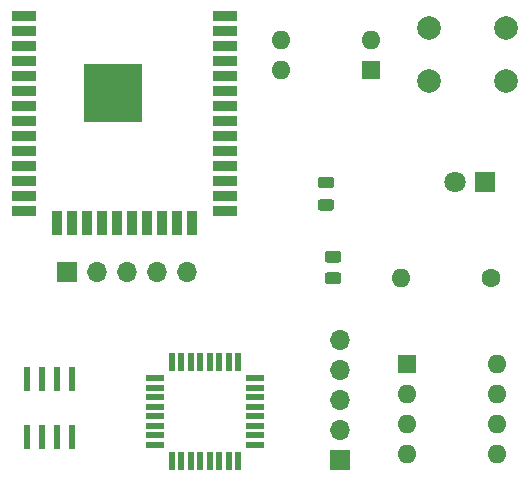
<source format=gts>
%TF.GenerationSoftware,KiCad,Pcbnew,(5.1.8)-1*%
%TF.CreationDate,2021-01-31T12:31:16-05:00*%
%TF.ProjectId,test CNC,74657374-2043-44e4-932e-6b696361645f,rev?*%
%TF.SameCoordinates,Original*%
%TF.FileFunction,Soldermask,Top*%
%TF.FilePolarity,Negative*%
%FSLAX46Y46*%
G04 Gerber Fmt 4.6, Leading zero omitted, Abs format (unit mm)*
G04 Created by KiCad (PCBNEW (5.1.8)-1) date 2021-01-31 12:31:16*
%MOMM*%
%LPD*%
G01*
G04 APERTURE LIST*
%ADD10R,1.800000X1.800000*%
%ADD11C,1.800000*%
%ADD12R,1.700000X1.700000*%
%ADD13O,1.700000X1.700000*%
%ADD14R,2.000000X0.900000*%
%ADD15R,0.900000X2.000000*%
%ADD16R,5.000000X5.000000*%
%ADD17C,1.600000*%
%ADD18O,1.600000X1.600000*%
%ADD19C,2.000000*%
%ADD20R,1.600000X1.600000*%
%ADD21R,1.500000X0.550000*%
%ADD22R,0.550000X1.500000*%
%ADD23R,0.600000X2.000000*%
G04 APERTURE END LIST*
D10*
%TO.C,D1*%
X149250400Y-61391800D03*
D11*
X146710400Y-61391800D03*
%TD*%
%TO.C,D2*%
G36*
G01*
X136206550Y-63782000D02*
X135294050Y-63782000D01*
G75*
G02*
X135050300Y-63538250I0J243750D01*
G01*
X135050300Y-63050750D01*
G75*
G02*
X135294050Y-62807000I243750J0D01*
G01*
X136206550Y-62807000D01*
G75*
G02*
X136450300Y-63050750I0J-243750D01*
G01*
X136450300Y-63538250D01*
G75*
G02*
X136206550Y-63782000I-243750J0D01*
G01*
G37*
G36*
G01*
X136206550Y-61907000D02*
X135294050Y-61907000D01*
G75*
G02*
X135050300Y-61663250I0J243750D01*
G01*
X135050300Y-61175750D01*
G75*
G02*
X135294050Y-60932000I243750J0D01*
G01*
X136206550Y-60932000D01*
G75*
G02*
X136450300Y-61175750I0J-243750D01*
G01*
X136450300Y-61663250D01*
G75*
G02*
X136206550Y-61907000I-243750J0D01*
G01*
G37*
%TD*%
D12*
%TO.C,J1*%
X113842800Y-68948300D03*
D13*
X116382800Y-68948300D03*
X118922800Y-68948300D03*
X121462800Y-68948300D03*
X124002800Y-68948300D03*
%TD*%
D12*
%TO.C,J2*%
X136906000Y-84937600D03*
D13*
X136906000Y-82397600D03*
X136906000Y-79857600D03*
X136906000Y-77317600D03*
X136906000Y-74777600D03*
%TD*%
D14*
%TO.C,MOD1*%
X110219600Y-47320200D03*
D15*
X113004600Y-64830200D03*
X114274600Y-64830200D03*
X115544600Y-64830200D03*
X116814600Y-64830200D03*
X118084600Y-64830200D03*
X119354600Y-64830200D03*
X120624600Y-64830200D03*
X121894600Y-64830200D03*
X123164600Y-64830200D03*
X124434600Y-64830200D03*
D14*
X110219600Y-48590200D03*
X110219600Y-49860200D03*
X110219600Y-51130200D03*
X110219600Y-52400200D03*
X110219600Y-53670200D03*
X110219600Y-54940200D03*
X110219600Y-56210200D03*
X110219600Y-57480200D03*
X110219600Y-58750200D03*
X110219600Y-60020200D03*
X110219600Y-61290200D03*
X110219600Y-62560200D03*
X110219600Y-63830200D03*
X127219600Y-47320200D03*
X127219600Y-48590200D03*
X127219600Y-49860200D03*
X127219600Y-51130200D03*
X127219600Y-52400200D03*
X127219600Y-53670200D03*
X127219600Y-54940200D03*
X127219600Y-56210200D03*
X127219600Y-57480200D03*
X127219600Y-58750200D03*
X127219600Y-60020200D03*
X127219600Y-61290200D03*
X127219600Y-62560200D03*
X127219600Y-63830200D03*
D16*
X117719600Y-53820200D03*
%TD*%
D17*
%TO.C,R1*%
X149733000Y-69469000D03*
D18*
X142113000Y-69469000D03*
%TD*%
%TO.C,R2*%
G36*
G01*
X135897199Y-67180400D02*
X136797201Y-67180400D01*
G75*
G02*
X137047200Y-67430399I0J-249999D01*
G01*
X137047200Y-67955401D01*
G75*
G02*
X136797201Y-68205400I-249999J0D01*
G01*
X135897199Y-68205400D01*
G75*
G02*
X135647200Y-67955401I0J249999D01*
G01*
X135647200Y-67430399D01*
G75*
G02*
X135897199Y-67180400I249999J0D01*
G01*
G37*
G36*
G01*
X135897199Y-69005400D02*
X136797201Y-69005400D01*
G75*
G02*
X137047200Y-69255399I0J-249999D01*
G01*
X137047200Y-69780401D01*
G75*
G02*
X136797201Y-70030400I-249999J0D01*
G01*
X135897199Y-70030400D01*
G75*
G02*
X135647200Y-69780401I0J249999D01*
G01*
X135647200Y-69255399D01*
G75*
G02*
X135897199Y-69005400I249999J0D01*
G01*
G37*
%TD*%
D19*
%TO.C,SW1*%
X144449800Y-52836200D03*
X144449800Y-48336200D03*
X150949800Y-52836200D03*
X150949800Y-48336200D03*
%TD*%
D20*
%TO.C,SW2*%
X139598400Y-51917600D03*
D18*
X131978400Y-49377600D03*
X139598400Y-49377600D03*
X131978400Y-51917600D03*
%TD*%
D20*
%TO.C,U1*%
X142646400Y-76733400D03*
D18*
X150266400Y-84353400D03*
X142646400Y-79273400D03*
X150266400Y-81813400D03*
X142646400Y-81813400D03*
X150266400Y-79273400D03*
X142646400Y-84353400D03*
X150266400Y-76733400D03*
%TD*%
D21*
%TO.C,U2*%
X129701400Y-83597400D03*
D22*
X122701400Y-84997400D03*
X123501400Y-84997400D03*
X124301400Y-84997400D03*
X125101400Y-84997400D03*
X125901400Y-84997400D03*
X126701400Y-84997400D03*
X127501400Y-84997400D03*
X128301400Y-84997400D03*
D21*
X129701400Y-82797400D03*
X129701400Y-81997400D03*
X129701400Y-81197400D03*
X129701400Y-80397400D03*
X129701400Y-79597400D03*
X129701400Y-78797400D03*
X129701400Y-77997400D03*
D22*
X128301400Y-76597400D03*
X127501400Y-76597400D03*
X126701400Y-76597400D03*
X125901400Y-76597400D03*
X125101400Y-76597400D03*
X124301400Y-76597400D03*
X123501400Y-76597400D03*
X122701400Y-76597400D03*
D21*
X121301400Y-77997400D03*
X121301400Y-78797400D03*
X121301400Y-79597400D03*
X121301400Y-80397400D03*
X121301400Y-81197400D03*
X121301400Y-81997400D03*
X121301400Y-82797400D03*
X121301400Y-83597400D03*
%TD*%
D23*
%TO.C,U3*%
X114274600Y-78017200D03*
X113004600Y-78017200D03*
X110464600Y-78017200D03*
X110464600Y-82917200D03*
X111734600Y-82917200D03*
X113004600Y-82917200D03*
X114274600Y-82917200D03*
X111734600Y-78017200D03*
%TD*%
M02*

</source>
